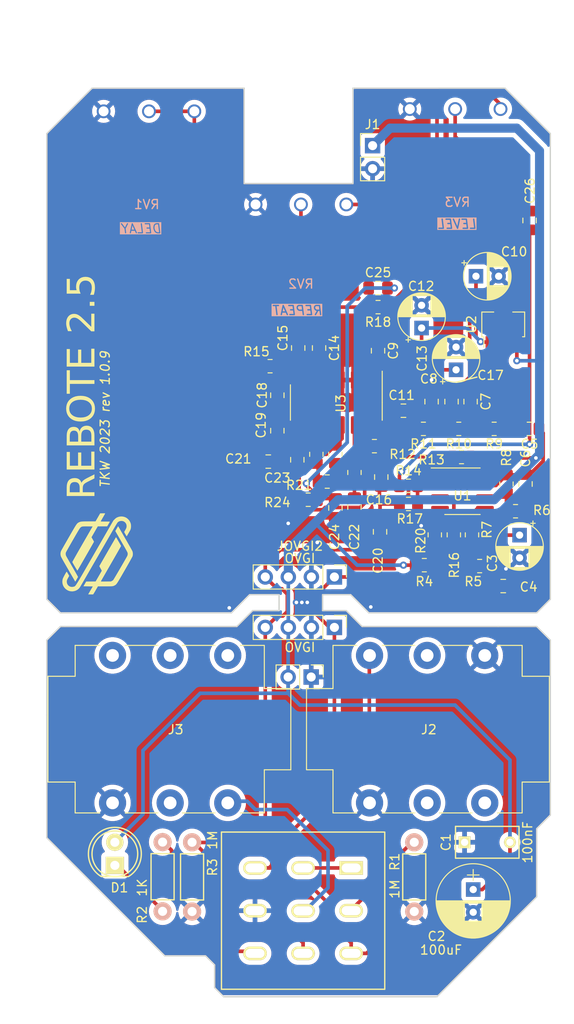
<source format=kicad_pcb>
(kicad_pcb (version 20221018) (generator pcbnew)
  (title_block (date "2023-08-08") (rev "${GIT_VERSION}"))
  (layers (0 "F.Cu" signal) (31 "B.Cu" signal) (34 "B.Paste" user) (35 "F.Paste" user) (36 "B.SilkS" user "B.Silkscreen") (37 "F.SilkS" user "F.Silkscreen") (38 "B.Mask" user) (39 "F.Mask" user) (44 "Edge.Cuts" user))
  (property "GIT_VERSION" "1.0.9")
  (net 0 "")
  (net 1 "GND")
  (net 2 "+9V")
  (net 3 "Net-(D1-K)")
  (net 4 "O")
  (net 5 "I")
  (net 6 "Net-(SW1C-C)")
  (net 7 "Net-(SW1A-A)")
  (net 8 "VD")
  (net 9 "Net-(C4-Pad2)")
  (net 10 "AI")
  (net 11 "Net-(C5-Pad2)")
  (net 12 "Net-(U1B--)")
  (net 13 "Net-(C17-Pad1)")
  (net 14 "Net-(C8-Pad2)")
  (net 15 "+5V")
  (net 16 "LPF1-IN")
  (net 17 "LPF1-OUT")
  (net 18 "Net-(U3-REF)")
  (net 19 "Net-(U3-CC1)")
  (net 20 "Net-(U3-CC0)")
  (net 21 "Net-(U1A--)")
  (net 22 "Net-(C16-Pad2)")
  (net 23 "Net-(C17-Pad2)")
  (net 24 "Net-(U3-OP2-IN)")
  (net 25 "DELAY_OUT")
  (net 26 "Net-(U3-OP1-OUT)")
  (net 27 "Net-(U3-OP1-IN)")
  (net 28 "Net-(C21-Pad2)")
  (net 29 "Net-(C22-Pad2)")
  (net 30 "LPF2-IN")
  (net 31 "LPF2-OUT")
  (net 32 "Net-(C24-Pad2)")
  (net 33 "Net-(C25-Pad2)")
  (net 34 "Net-(C26-Pad1)")
  (net 35 "Net-(C26-Pad2)")
  (net 39 "Net-(SW1A-B)")
  (net 43 "Net-(SW1B-B)")
  (net 45 "Net-(U1B-+)")
  (net 46 "Net-(U3-VCO)")
  (net 47 "Net-(R15-Pad2)")
  (net 48 "Net-(U1A-+)")
  (net 49 "Net-(R18-Pad2)")
  (footprint "KiCad Lib:3PDT-Footswitch" (layer "F.Cu") (at 143.25 142.525 180)
    (fp_text reference "SW1" hide)
    (fp_text value "SW_3PDT" hide)
  )
  (footprint "Connector_Audio:Jack_6.35mm_Neutrik_NMJ6HCD2_Horizontal" (layer "F.Cu") (at 134.945 130.665 180)
    (fp_text reference "J3")
    (fp_text value "NMJ6HCD2")
  )
  (footprint "Connector_PinHeader_2.54mm:PinHeader_1x02_P2.54mm_Vertical" (layer "F.Cu") (at 150.91 58.325)
    (fp_text reference "J1")
    (fp_text value "V+ GND")
  )
  (footprint "Pin_Headers:Pin_Header_Straight_1x04_Pitch2.54mm" (layer "F.Cu") (at 146.7 111.35 -90)
    (fp_text reference "JOVGI1" hide)
    (fp_text value "OVGI")
  )
  (footprint "Pin_Headers:Pin_Header_Straight_1x04_Pitch2.54mm" (layer "F.Cu") (at 146.7 105.8 -90)
    (fp_text reference "JOVGI2")
    (fp_text value "OVGI")
  )
  (footprint "Capacitors_THT:CP_Radial_D8.0mm_P2.50mm" (layer "F.Cu") (at 162 140.2 -90)
    (fp_text reference "C2")
    (fp_text value "100uF")
  )
  (footprint "LEDs:LED-5MM" (layer "F.Cu") (at 122.5 137.54 90)
    (fp_text reference "D1")
    (fp_text value "LED" hide)
  )
  (footprint "Resistors_ThroughHole:Resistor_Horizontal_RM7mm" (layer "F.Cu") (at 155.5 135 -90)
    (fp_text reference "R1")
    (fp_text value "1M")
  )
  (footprint "Resistors_ThroughHole:Resistor_Horizontal_RM7mm" (layer "F.Cu") (at 127.76 142.6 90)
    (fp_text reference "R2")
    (fp_text value "1K")
  )
  (footprint "Resistors_ThroughHole:Resistor_Horizontal_RM7mm" (layer "F.Cu") (at 131.01 135 -90)
    (fp_text reference "R3")
    (fp_text value "1M")
  )
  (footprint "Capacitors_ThroughHole:C_Rect_L7_W3.5_P5" (layer "F.Cu") (at 161.05 135)
    (fp_text reference "C1")
    (fp_text value "100nF")
  )
  (footprint "Connector_PinHeader_2.54mm:PinHeader_1x02_P2.54mm_Vertical" (layer "F.Cu") (at 144.14 116.81 -90)
    (fp_text reference "J4" hide)
    (fp_text value "V+ GND")
  )
  (footprint "Connector_Audio:Jack_6.35mm_Neutrik_NMJ6HCD2_Horizontal" (layer "F.Cu") (at 150.575 114.435)
    (fp_text reference "J2")
    (fp_text value "NMJ6HCD2")
  )
  (footprint "Capacitor_SMD:C_0805_2012Metric_Pad1.18x1.45mm_HandSolder" (layer "F.Cu") (at 142.71 80.6 -90)
    (fp_text reference "C15")
    (fp_text value "100nF")
  )
  (footprint "Capacitor_SMD:C_0805_2012Metric_Pad1.18x1.45mm_HandSolder" (layer "F.Cu") (at 167.766 95.565 90)
    (fp_text reference "C6")
    (fp_text value "5pF")
  )
  (footprint "Resistor_SMD:R_0805_2012Metric_Pad1.20x1.40mm_HandSolder" (layer "F.Cu") (at 161.866 101.165 90)
    (fp_text reference "R7")
    (fp_text value "510K")
  )
  (footprint "Capacitor_SMD:C_0805_2012Metric_Pad1.18x1.45mm_HandSolder" (layer "F.Cu") (at 168.21 89.5 180)
    (fp_text reference "C5")
    (fp_text value "1uF")
  )
  (footprint "Capacitor_SMD:C_0805_2012Metric_Pad1.18x1.45mm_HandSolder" (layer "F.Cu") (at 151.731 100.83 -90)
    (fp_text reference "C20")
    (fp_text value "1uF")
  )
  (footprint "Resistor_SMD:R_0805_2012Metric_Pad1.20x1.40mm_HandSolder" (layer "F.Cu") (at 157.766 101.165 -90)
    (fp_text reference "R20")
    (fp_text value "100K")
  )
  (footprint "Resistor_SMD:R_0805_2012Metric_Pad1.20x1.40mm_HandSolder" (layer "F.Cu") (at 139.61 82.6 180)
    (fp_text reference "R15")
    (fp_text value "1k")
  )
  (footprint "Capacitor_THT:CP_Radial_D5.0mm_P2.50mm" (layer "F.Cu") (at 162.304888 72.7)
    (fp_text reference "C10")
    (fp_text value "47uF")
  )
  (footprint "Capacitor_SMD:C_0805_2012Metric_Pad1.18x1.45mm_HandSolder" (layer "F.Cu") (at 151.51 74 180)
    (fp_text reference "C25")
    (fp_text value "1uF")
  )
  (footprint "Package_TO_SOT_SMD:SOT-89-3" (layer "F.Cu") (at 165.31 78 90)
    (fp_text reference "U2")
    (fp_text value "L78L05_SOT89")
  )
  (footprint "Resistor_SMD:R_0805_2012Metric_Pad1.20x1.40mm_HandSolder" (layer "F.Cu") (at 166.666 98.565 180)
    (fp_text reference "R6")
    (fp_text value "510K")
  )
  (footprint "Capacitor_SMD:C_0805_2012Metric_Pad1.18x1.45mm_HandSolder" (layer "F.Cu") (at 151.51 80.9 -90)
    (fp_text reference "C9")
    (fp_text value "100nF")
  )
  (footprint "Resistor_SMD:R_0805_2012Metric_Pad1.20x1.40mm_HandSolder" (layer "F.Cu") (at 160.71 92.6 180)
    (fp_text reference "R13")
    (fp_text value "24K")
  )
  (footprint "Resistor_SMD:R_0805_2012Metric_Pad1.20x1.40mm_HandSolder" (layer "F.Cu") (at 145.91 95.3)
    (fp_text reference "R21")
    (fp_text value "12K")
  )
  (footprint "Capacitor_SMD:C_0805_2012Metric_Pad1.18x1.45mm_HandSolder" (layer "F.Cu") (at 146.81 98.2 90)
    (fp_text reference "C24")
    (fp_text value "100nF")
  )
  (footprint "Capacitor_SMD:C_0805_2012Metric_Pad1.18x1.45mm_HandSolder" (layer "F.Cu") (at 154.31 87.5 180)
    (fp_text reference "C11")
    (fp_text value "560pF")
  )
  (footprint "Resistor_SMD:R_0805_2012Metric_Pad1.20x1.40mm_HandSolder" (layer "F.Cu") (at 143.81 97.3)
    (fp_text reference "R24")
    (fp_text value "2k7")
  )
  (footprint "Pedal-Components:tkw" (layer "F.Cu") (at 120.51 103.3 90)
    (fp_text reference "G***" hide)
    (fp_text value "LOGO" hide)
  )
  (footprint "Capacitor_THT:CP_Radial_D5.0mm_P2.50mm" (layer "F.Cu") (at 160.11 83 90)
    (fp_text reference "C13")
    (fp_text value "47uF")
  )
  (footprint "Capacitor_SMD:C_0805_2012Metric_Pad1.18x1.45mm_HandSolder" (layer "F.Cu") (at 161.71 86.5 -90)
    (fp_text reference "C7")
    (fp_text value "27nF")
  )
  (footprint "Capacitor_SMD:C_0805_2012Metric_Pad1.18x1.45mm_HandSolder" (layer "F.Cu") (at 151.866 94.8025 -90)
    (fp_text reference "C16")
    (fp_text value "51pF")
  )
  (footprint "Resistor_SMD:R_0805_2012Metric_Pad1.20x1.40mm_HandSolder" (layer "F.Cu") (at 165.666 95.565 90)
    (fp_text reference "R8")
    (fp_text value "510K")
  )
  (footprint "Capacitor_SMD:C_0805_2012Metric_Pad1.18x1.45mm_HandSolder" (layer "F.Cu") (at 140.41 85.8 90)
    (fp_text reference "C18")
    (fp_text value "82nF")
  )
  (footprint "Capacitor_SMD:C_0805_2012Metric_Pad1.18x1.45mm_HandSolder" (layer "F.Cu") (at 148.91 98.1 90)
    (fp_text reference "C22")
    (fp_text value "10nF")
  )
  (footprint "Resistor_SMD:R_0805_2012Metric_Pad1.20x1.40mm_HandSolder" (layer "F.Cu") (at 159.866 101.165 90)
    (fp_text reference "R16")
    (fp_text value "1k")
  )
  (footprint "Capacitor_SMD:C_0805_2012Metric_Pad1.18x1.45mm_HandSolder" (layer "F.Cu") (at 140.41 89.7 -90)
    (fp_text reference "C19")
    (fp_text value "82nF")
  )
  (footprint "Resistor_SMD:R_0805_2012Metric_Pad1.20x1.40mm_HandSolder" (layer "F.Cu") (at 154.866 97.765 180)
    (fp_text reference "R17")
    (fp_text value "24K")
  )
  (footprint "Capacitor_SMD:C_0805_2012Metric_Pad1.18x1.45mm_HandSolder" (layer "F.Cu") (at 145.01 80.6 -90)
    (fp_text reference "C14")
    (fp_text value "100nF")
  )
  (footprint "Resistor_SMD:R_0805_2012Metric_Pad1.20x1.40mm_HandSolder" (layer "F.Cu") (at 151.51 76.1 180)
    (fp_text reference "R18")
    (fp_text value "15K")
  )
  (footprint "Resistor_SMD:R_0805_2012Metric_Pad1.20x1.40mm_HandSolder" (layer "F.Cu") (at 146.81 92.3 90)
    (fp_text reference "R22" hide)
    (fp_text value "12K")
  )
  (footprint "Capacitor_SMD:C_0805_2012Metric_Pad1.18x1.45mm_HandSolder" (layer "F.Cu") (at 157.41 86.5 -90)
    (fp_text reference "C8")
    (fp_text value "10nF")
  )
  (footprint "Capacitor_SMD:C_0805_2012Metric_Pad1.18x1.45mm_HandSolder" (layer "F.Cu") (at 165.31 106.8)
    (fp_text reference "C4")
    (fp_text value "8n2")
  )
  (footprint "Package_SO:SOIC-8_3.9x4.9mm_P1.27mm" (layer "F.Cu") (at 160.816 96.365)
    (fp_text reference "U1")
    (fp_text value "TL072")
  )
  (footprint "Capacitor_THT:CP_Radial_D5.0mm_P2.50mm" (layer "F.Cu") (at 167.11 101.194888 -90)
    (fp_text reference "C3")
    (fp_text value "47uF")
  )
  (footprint "Resistor_SMD:R_0805_2012Metric_Pad1.20x1.40mm_HandSolder" (layer "F.Cu") (at 156.61 104.5)
    (fp_text reference "R4")
    (fp_text value "12K")
  )
  (footprint "Capacitor_SMD:C_0805_2012Metric_Pad1.18x1.45mm_HandSolder" (layer "F.Cu") (at 159.61 86.5 90)
    (fp_text reference "C17")
    (fp_text value "100nF")
  )
  (footprint "Resistor_SMD:R_0805_2012Metric_Pad1.20x1.40mm_HandSolder" (layer "F.Cu") (at 156.51 89.5 180)
    (fp_text reference "R11")
    (fp_text value "12K")
  )
  (footprint "Resistor_SMD:R_0805_2012Metric_Pad1.20x1.40mm_HandSolder" (layer "F.Cu") (at 144.71 92.3 -90)
    (fp_text reference "R19" hide)
    (fp_text value "12K")
  )
  (footprint "Package_SO:SOIC-16_3.9x9.9mm_P1.27mm" (layer "F.Cu") (at 146.91 86.6 -90)
    (fp_text reference "U3")
    (fp_text value "PT2399")
  )
  (footprint "Pedal-Components:1590B" (layer "F.Cu") (at 112.94 154.659085)
    (fp_text reference "N1" hide)
    (fp_text value "Housing")
  )
  (footprint "Capacitor_THT:CP_Radial_D5.0mm_P2.50mm" (layer "F.Cu") (at 156.31 78.4 90)
    (fp_text reference "C12")
    (fp_text value "47uF")
  )
  (footprint "Resistor_SMD:R_0805_2012Metric_Pad1.20x1.40mm_HandSolder" (layer "F.Cu") (at 160.41 89.5 180)
    (fp_text reference "R10")
    (fp_text value "12K")
  )
  (footprint "Resistor_SMD:R_0805_2012Metric_Pad1.20x1.40mm_HandSolder" (layer "F.Cu") (at 148.91 94.3 90)
    (fp_text reference "R23" hide)
    (fp_text value "24K")
  )
  (footprint "Resistor_SMD:R_0805_2012Metric_Pad1.20x1.40mm_HandSolder" (layer "F.Cu") (at 162.71 104.6)
    (fp_text reference "R5")
    (fp_text value "12K")
  )
  (footprint "Resistor_SMD:R_0805_2012Metric_Pad1.20x1.40mm_HandSolder" (layer "F.Cu") (at 154.866 95.765)
    (fp_text reference "R14")
    (fp_text value "33K")
  )
  (footprint "Capacitor_SMD:C_0805_2012Metric_Pad1.18x1.45mm_HandSolder" (layer "F.Cu") (at 142.61 92.9 -90)
    (fp_text reference "C23")
    (fp_text value "1nF")
  )
  (footprint "Capacitor_SMD:C_0805_2012Metric_Pad1.18x1.45mm_HandSolder" (layer "F.Cu") (at 168.21 66.5625 -90)
    (fp_text reference "C26")
    (fp_text value "1uF")
  )
  (footprint "Resistor_SMD:R_0805_2012Metric_Pad1.20x1.40mm_HandSolder" (layer "F.Cu") (at 151.11 91.4 180)
    (fp_text reference "R12")
    (fp_text value "47K")
  )
  (footprint "Capacitor_SMD:C_0805_2012Metric_Pad1.18x1.45mm_HandSolder" (layer "F.Cu") (at 139.41 93.1)
    (fp_text reference "C21")
    (fp_text value "10nF")
  )
  (footprint "Resistor_SMD:R_0805_2012Metric_Pad1.20x1.40mm_HandSolder" (layer "F.Cu") (at 164.31 89.5 180)
    (fp_text reference "R9")
    (fp_text value "12K")
  )
  (footprint "Pedal-Components:Potentiometer_ALPHA_RV16106N" (layer "B.Cu") (at 143.01 81.3)
    (fp_text reference "RV2")
    (fp_text value "25KB")
  )
  (footprint "Pedal-Components:Potentiometer_ALPHA_RV16106N" (layer "B.Cu") (at 126.26 71.05)
    (fp_text reference "RV1")
    (fp_text value "50KB")
  )
  (footprint "Pedal-Components:Potentiometer_ALPHA_RV16106N" (layer "B.Cu") (at 160.01 70.8)
    (fp_text reference "RV3")
    (fp_text value "100KB")
  )
  (gr_line (start 162.41 83.8) (end 160.11 84.37) (stroke (width 0.15)) (layer "F.SilkS"))
  (gr_line (start 137.7 109.5) (end 140.6 109.5) (stroke (width 0.15)) (layer "Edge.Cuts"))
  (gr_line (start 128 147.5) (end 127 146.5) (stroke (width 0.15)) (layer "Edge.Cuts"))
  (gr_line (start 115 134.5) (end 115 121) (stroke (width 0.15)) (layer "Edge.Cuts"))
  (gr_line (start 135.35 109.75) (end 116.5 109.75) (stroke (width 0.15)) (layer "Edge.Cuts"))
  (gr_line (start 145.4 109.5) (end 148 109.5) (stroke (width 0.15)) (layer "Edge.Cuts"))
  (gr_line (start 148.75 62.5) (end 148.75 52) (stroke (width 0.15)) (layer "Edge.Cuts"))
  (gr_line (start 127 146.5) (end 115 134.5) (stroke (width 0.15)) (layer "Edge.Cuts"))
  (gr_line (start 115 57) (end 115 108.25) (stroke (width 0.15)) (layer "Edge.Cuts"))
  (gr_line (start 169 141) (end 158 152) (stroke (width 0.15)) (layer "Edge.Cuts"))
  (gr_line (start 133.5 151) (end 133.5 148.5) (stroke (width 0.15)) (layer "Edge.Cuts"))
  (gr_line (start 149.75 111.25) (end 164.75 111.25) (stroke (width 0.15)) (layer "Edge.Cuts"))
  (gr_line (start 148.5 107.75) (end 150.5 109.75) (stroke (width 0.15)) (layer "Edge.Cuts"))
  (gr_line (start 165.5 52) (end 170.5 57) (stroke (width 0.15)) (layer "Edge.Cuts"))
  (gr_line (start 169 109.75) (end 170.5 108.25) (stroke (width 0.15)) (layer "Edge.Cuts"))
  (gr_line (start 169 133.5) (end 170.5 132) (stroke (width 0.15)) (layer "Edge.Cuts"))
  (gr_line (start 116.5 109.75) (end 115 108.25) (stroke (width 0.15)) (layer "Edge.Cuts"))
  (gr_line (start 140.6 107.75) (end 140.6 109.5) (stroke (width 0.15)) (layer "Edge.Cuts"))
  (gr_line (start 137.35 107.75) (end 135.35 109.75) (stroke (width 0.15)) (layer "Edge.Cuts"))
  (gr_line (start 115 57) (end 120 52) (stroke (width 0.15)) (layer "Edge.Cuts"))
  (gr_line (start 170.5 85) (end 170.5 57) (stroke (width 0.15)) (layer "Edge.Cuts"))
  (gr_line (start 136.75 62.5) (end 148.75 62.5) (stroke (width 0.15)) (layer "Edge.Cuts"))
  (gr_line (start 136.75 52) (end 120 52) (stroke (width 0.15)) (layer "Edge.Cuts"))
  (gr_line (start 170.5 112.75) (end 169 111.25) (stroke (width 0.15)) (layer "Edge.Cuts"))
  (gr_line (start 135.95 111.25) (end 117 111.25) (stroke (width 0.15)) (layer "Edge.Cuts"))
  (gr_line (start 134.5 152) (end 158 152) (stroke (width 0.15)) (layer "Edge.Cuts"))
  (gr_line (start 116.5 109.75) (end 116.5 109.75) (stroke (width 0.15)) (layer "Edge.Cuts"))
  (gr_line (start 137.7 109.5) (end 135.95 111.25) (stroke (width 0.15)) (layer "Edge.Cuts"))
  (gr_line (start 169 133.5) (end 169 141) (stroke (width 0.15)) (layer "Edge.Cuts"))
  (gr_line (start 170.5 108.25) (end 170.5 85) (stroke (width 0.15)) (layer "Edge.Cuts"))
  (gr_line (start 136.75 52) (end 136.75 62.5) (stroke (width 0.15)) (layer "Edge.Cuts"))
  (gr_line (start 134.5 152) (end 133.5 151) (stroke (width 0.15)) (layer "Edge.Cuts"))
  (gr_line (start 133.5 148.5) (end 132.5 147.5) (stroke (width 0.15)) (layer "Edge.Cuts"))
  (gr_line (start 145.4 107.75) (end 148.5 107.75) (stroke (width 0.15)) (layer "Edge.Cuts"))
  (gr_line (start 115 112.75) (end 115 121) (stroke (width 0.15)) (layer "Edge.Cuts"))
  (gr_line (start 148.75 52) (end 165.5 52) (stroke (width 0.15)) (layer "Edge.Cuts"))
  (gr_line (start 132.5 147.5) (end 128.5 147.5) (stroke (width 0.15)) (layer "Edge.Cuts"))
  (gr_line (start 145.4 107.75) (end 145.4 109.5) (stroke (width 0.15)) (layer "Edge.Cuts"))
  (gr_line (start 169 111.25) (end 164.75 111.25) (stroke (width 0.15)) (layer "Edge.Cuts"))
  (gr_line (start 116.5 111.25) (end 115 112.75) (stroke (width 0.15)) (layer "Edge.Cuts"))
  (gr_line (start 148 109.5) (end 149.75 111.25) (stroke (width 0.15)) (layer "Edge.Cuts"))
  (gr_line (start 170.5 132) (end 170.5 112.75) (stroke (width 0.15)) (layer "Edge.Cuts"))
  (gr_line (start 128.5 147.5) (end 128 147.5) (stroke (width 0.15)) (layer "Edge.Cuts"))
  (gr_line (start 137.35 107.75) (end 140.6 107.75) (stroke (width 0.15)) (layer "Edge.Cuts"))
  (gr_line (start 150.5 109.75) (end 169 109.75) (stroke (width 0.15)) (layer "Edge.Cuts"))
  (gr_line (start 117 111.25) (end 116.5 111.25) (stroke (width 0.15)) (layer "Edge.Cuts"))
  (gr_text "LEVEL" (at 162.51 67.55) (layer "B.SilkS" knockout) (effects (font (size 1 1) (thickness 0.15) italic) (justify left bottom mirror)))
  (gr_text "DELAY" (at 127.76 68.05) (layer "B.SilkS" knockout) (effects (font (size 1 1) (thickness 0.125) italic) (justify left bottom mirror)))
  (gr_text "REPEAT" (at 145.51 77.05) (layer "B.SilkS" knockout) (effects (font (size 1 1) (thickness 0.15) italic) (justify left bottom mirror)))
  (gr_text "REBOTE 2.5" (at 120.76 97.3 90) (layer "F.SilkS") (effects (font (size 3 3) (thickness 0.15) italic) (justify left bottom)))
  (gr_text "TKW 2023 rev ${GIT_VERSION}" (at 122.01 96.05 90) (layer "F.SilkS") (effects (font (size 1 1) (thickness 0.15) italic) (justify left bottom)))
  (segment (start 158.341 99.59) (end 157.766 100.165) (width 0.4) (layer "F.Cu") (net 1))
  (segment (start 158.341 98.27) (end 158.341 99.59) (width 0.4) (layer "F.Cu") (net 1))
  (via (at 144.81 102) (size 0.8) (drill 0.4) (layers "F.Cu" "B.Cu") (net 1))
  (via (at 135.11 109.2) (size 0.8) (drill 0.4) (layers "F.Cu" "B.Cu") (net 1))
  (via (at 165.61 104.9) (size 0.8) (drill 0.4) (layers "F.Cu" "B.Cu") (net 1))
  (via (at 143.71 108.6) (size 0.8) (drill 0.4) (layers "F.Cu" "B.Cu") (net 1))
  (via (at 150.71 109.1) (size 0.8) (drill 0.4) (layers "F.Cu" "B.Cu") (net 1))
  (via (at 157.41 84.1) (size 0.8) (drill 0.4) (layers "F.Cu" "B.Cu") (net 1))
  (via (at 156.266 100.165) (size 0.8) (drill 0.4) (layers "F.Cu" "B.Cu") (net 1))
  (via (at 142.51 108.6) (size 0.8) (drill 0.4) (layers "F.Cu" "B.Cu") (net 1))
  (via (at 141.61 99.9) (size 0.8) (drill 0.4) (layers "F.Cu" "B.Cu") (net 1))
  (via (at 143.11 108.6) (size 0.8) (drill 0.4) (layers "F.Cu" "B.Cu") (net 1))
  (segment (start 166.81 79.95) (end 166.81 82) (width 0.4) (layer "F.Cu") (net 2))
  (segment (start 162 140.2) (end 163 140.2) (width 0.4) (layer "F.Cu") (net 2))
  (segment (start 163.291 93.919) (end 164.51 92.7) (width 0.4) (layer "F.Cu") (net 2))
  (segment (start 163.291 94.46) (end 163.291 93.919) (width 0.4) (layer "F.Cu") (net 2))
  (segment (start 163 140.2) (end 166.05 137.15) (width 0.4) (layer "F.Cu") (net 2))
  (segment (start 166.05 137.15) (end 166.05 135) (width 0.4) (layer "F.Cu") (net 2))
  (segment (start 155.61 104.5) (end 154.31 104.5) (width 0.4) (layer "F.Cu") (net 2))
  (segment (start 164.51 92.7) (end 168.91 92.7) (width 0.4) (layer "F.Cu") (net 2))
  (via (at 154.31 104.5) (size 0.8) (drill 0.4) (layers "F.Cu" "B.Cu") (net 2))
  (via (at 168.91 92.7) (size 0.8) (drill 0.4) (layers "F.Cu" "B.Cu") (net 2))
  (via (at 166.81 82) (size 0.8) (drill 0.4) (layers "F.Cu" "B.Cu") (net 2))
  (segment (start 154.31 104.5) (end 149.21 104.5) (width 0.4) (layer "B.Cu") (net 2))
  (segment (start 125.6 131.9) (end 122.5 135) (width 0.4) (layer "B.Cu") (net 2))
  (segment (start 144.56 99.85) (end 142.01 102.4) (width 1) (layer "B.Cu") (net 2))
  (segment (start 166.81 82) (end 169.31 82) (width 0.4) (layer "B.Cu") (net 2))
  (segment (start 141.6 118.6) (end 142.9 119.9) (width 0.4) (layer "B.Cu") (net 2))
  (segment (start 131.9 118.6) (end 125.6 124.9) (width 0.4) (layer "B.Cu") (net 2))
  (segment (start 141.62 111.35) (end 141.62 112.552081) (width 0.4) (layer "B.Cu") (net 2))
  (segment (start 164.31 97.3) (end 147.11 97.3) (width 1) (layer "B.Cu") (net 2))
  (segment (start 150.91 58.325) (end 152.835 56.4) (width 1) (layer "B.Cu") (net 2))
  (segment (start 141.6 112.572081) (end 141.6 118.1) (width 0.4) (layer "B.Cu") (net 2))
  (segment (start 160 119.9) (end 166.05 125.95) (width 0.4) (layer "B.Cu") (net 2))
  (segment (start 166.81 56.4) (end 169.31 58.9) (width 1) (layer "B.Cu") (net 2))
  (segment (start 141.6 118.1) (end 141.6 118.6) (width 0.4) (layer "B.Cu") (net 2))
  (segment (start 125.6 124.9) (end 125.6 131.9) (width 0.4) (layer "B.Cu") (net 2))
  (segment (start 141.62 111.35) (end 141.62 105.8) (width 0.4) (layer "B.Cu") (net 2))
  (segment (start 169.31 58.9) (end 169.31 82) (width 1) (layer "B.Cu") (net 2))
  (segment (start 147.11 97.3) (end 144.56 99.85) (width 1) (layer "B.Cu") (net 2))
  (segment (start 169.31 82) (end 169.31 92.3) (width 1) (layer "B.Cu") (net 2))
  (segment (start 141.6 116.81) (end 141.6 118.1) (width 0.4) (layer "B.Cu") (net 2))
  (segment (start 142.9 119.9) (end 160 119.9) (width 0.4) (layer "B.Cu") (net 2))
  (segment (start 141.62 112.552081) (end 141.6 112.572081) (width 0.4) (layer "B.Cu") (net 2))
  (segment (start 166.05 125.95) (end 166.05 135) (width 0.4) (layer "B.Cu") (net 2))
  (segment (start 142.01 102.4) (end 142.01 102.5) (width 1) (layer "B.Cu") (net 2))
  (segment (start 141.62 102.89) (end 141.62 105.8) (width 1) (layer "B.Cu") (net 2))
  (segment (start 149.21 104.5) (end 144.56 99.85) (width 0.4) (layer "B.Cu") (net 2))
  (segment (start 152.835 56.4) (end 166.81 56.4) (width 1) (layer "B.Cu") (net 2))
  (segment (start 142.01 102.5) (end 141.62 102.89) (width 1) (layer "B.Cu") (net 2))
  (segment (start 141.6 118.6) (end 131.9 118.6) (width 0.4) (layer "B.Cu") (net 2))
  (segment (start 169.31 92.3) (end 164.31 97.3) (width 1) (layer "B.Cu") (net 2))
  (segment (start 122.75 137.5) (end 127.75 142.5) (width 0.4) (layer "F.Cu") (net 3))
  (segment (start 122.5 137.5) (end 122.75 137.5) (width 0.4) (layer "F.Cu") (net 3))
  (segment (start 139.08 111.35) (end 139.08 132.92) (width 0.4) (layer "F.Cu") (net 4))
  (segment (start 141.51 107.7) (end 141.51 109.6) (width 0.4) (layer "F.Cu") (net 4))
  (segment (start 140.38 107.1) (end 140.91 107.1) (width 0.4) (layer "F.Cu") (net 4))
  (segment (start 131 135.02) (end 131.22 135.02) (width 0.4) (layer "F.Cu") (net 4))
  (segment (start 140.388909 110.1) (end 139.138909 111.35) (width 0.4) (layer "F.Cu") (net 4))
  (segment (start 150.7985 102.8) (end 140.76 102.8) (width 0.4) (layer "F.Cu") (net 4))
  (segment (start 140.6 143.425) (end 143.25 146.075) (width 0.4) (layer "F.Cu") (net 4))
  (segment (start 141.01 110.1) (end 140.388909 110.1) (width 0.4) (layer "F.Cu") (net 4))
  (segment (start 139.08 105.8) (end 140.38 107.1) (width 0.4) (layer "F.Cu") (net 4))
  (segment (start 152.0285 102.165) (end 151.731 101.8675) (width 0.4) (layer "F.Cu") (net 4))
  (segment (start 136.98 135.02) (end 131 135.02) (width 0.4) (layer "F.Cu") (net 4))
  (segment (start 139.08 132.92) (end 136.98 135.02) (width 0.4) (layer "F.Cu") (net 4))
  (segment (start 151.731 101.8675) (end 150.7985 102.8) (width 0.4) (layer "F.Cu") (net 4))
  (segment (start 139.138909 111.35) (end 139.08 111.35) (width 0.4) (layer "F.Cu") (net 4))
  (segment (start 131.22 135.02) (end 136.4 140.2) (width 0.4) (layer "F.Cu") (net 4))
  (segment (start 139.08 104.48) (end 139.08 105.8) (width 0.4) (layer "F.Cu") (net 4))
  (segment (start 140.91 107.1) (end 141.51 107.7) (width 0.4) (layer "F.Cu") (net 4))
  (segment (start 143.25 146.075) (end 143.25 147.225) (width 0.4) (layer "F.Cu") (net 4))
  (segment (start 157.766 102.165) (end 152.0285 102.165) (width 0.4) (layer "F.Cu") (net 4))
  (segment (start 140.6 141.6) (end 140.6 143.425) (width 0.4) (layer "F.Cu") (net 4))
  (segment (start 139.2 140.2) (end 140.6 141.6) (width 0.4) (layer "F.Cu") (net 4))
  (segment (start 136.4 140.2) (end 139.2 140.2) (width 0.4) (layer "F.Cu") (net 4))
  (segment (start 141.51 109.6) (end 141.01 110.1) (width 0.4) (layer "F.Cu") (net 4))
  (segment (start 140.76 102.8) (end 139.08 104.48) (width 0.4) (layer "F.Cu") (net 4))
  (segment (start 148.55 146.075) (end 145.9 143.425) (width 0.4) (layer "F.Cu") (net 5))
  (segment (start 151.925 145.575) (end 152.5 145) (width 0.4) (layer "F.Cu") (net 5))
  (segment (start 148.55 147.225) (end 148.55 146.075) (width 0.4) (layer "F.Cu") (net 5))
  (segment (start 152.5 145) (end 152.5 141.5) (width 0.4) (layer "F.Cu") (net 5))
  (segment (start 141.6 140.1) (end 140.5 139) (width 0.4) (layer "F.Cu") (net 5))
  (segment (start 146.16 111.35) (end 146.7 111.35) (width 0.4) (layer "F.Cu") (net 5))
  (segment (start 151.9 145.575) (end 151.925 145.575) (width 0.4) (layer "F.Cu") (net 5))
  (segment (start 146.7 111.35) (end 146.7 122.94) (width 0.4) (layer "F.Cu") (net 5))
  (segment (start 154 140) (end 154 136.25) (width 0.4) (layer "F.Cu") (net 5))
  (segment (start 139.825 137.825) (end 139.5 137.825) (width 0.4) (layer "F.Cu") (net 5))
  (segment (start 146.7 105.8) (end 163.2725 105.8) (width 0.4) (layer "F.Cu") (net 5))
  (segment (start 140.5 138.5) (end 139.825 137.825) (width 0.4) (layer "F.Cu") (net 5))
  (segment (start 163.2725 105.8) (end 164.2725 106.8) (width 0.4) (layer "F.Cu") (net 5))
  (segment (start 154 136.25) (end 155.5 134.75) (width 0.4) (layer "F.Cu") (net 5))
  (segment (start 146.7 122.94) (end 145 124.64) (width 0.4) (layer "F.Cu") (net 5))
  (segment (start 145 130.8) (end 139.8 136) (width 0.4) (layer "F.Cu") (net 5))
  (segment (start 144.61 107.89) (end 144.61 109.8) (width 0.4) (layer "F.Cu") (net 5))
  (segment (start 140.5 139) (end 140.5 138.5) (width 0.4) (layer "F.Cu") (net 5))
  (segment (start 145.9 141.6) (end 144.4 140.1) (width 0.4) (layer "F.Cu") (net 5))
  (segment (start 145 124.64) (end 145 130.8) (width 0.4) (layer "F.Cu") (net 5))
  (segment (start 139.8 137.525) (end 139.5 137.825) (width 0.4) (layer "F.Cu") (net 5))
  (segment (start 150.25 147.225) (end 151.9 145.575) (width 0.4) (layer "F.Cu") (net 5))
  (segment (start 137.95 137.825) (end 139.5 137.825) (width 0.4) (layer "F.Cu") (net 5))
  (segment (start 139.8 136) (end 139.8 137.525) (width 0.4) (layer "F.Cu") (net 5))
  (segment (start 148.55 147.225) (end 150.25 147.225) (width 0.4) (layer "F.Cu") (net 5))
  (segment (start 144.4 140.1) (end 141.6 140.1) (width 0.4) (layer "F.Cu") (net 5))
  (segment (start 146.7 105.8) (end 144.61 107.89) (width 0.4) (layer "F.Cu") (net 5))
  (segment (start 144.61 109.8) (end 146.16 111.35) (width 0.4) (layer "F.Cu") (net 5))
  (segment (start 145.9 143.425) (end 145.9 141.6) (width 0.4) (layer "F.Cu") (net 5))
  (segment (start 152.5 141.5) (end 154 140) (width 0.4) (layer "F.Cu") (net 5))
  (segment (start 133.2 139.9) (end 134.2 140.9) (width 0.4) (layer "F.Cu") (net 6))
  (segment (start 130.9 139.9) (end 133.2 139.9) (width 0.4) (layer "F.Cu") (net 6))
  (segment (start 137.725 147) (end 137.95 147.225) (width 0.4) (layer "F.Cu") (net 6))
  (segment (start 128.749489 137.749489) (end 130.9 139.9) (width 0.4) (layer "F.Cu") (net 6))
  (segment (start 128.749489 135.879489) (end 128.749489 137.749489) (width 0.4) (layer "F.Cu") (net 6))
  (segment (start 134.2 140.9) (end 134.2 145.1) (width 0.4) (layer "F.Cu") (net 6))
  (segment (start 127.75 135) (end 127.87 135) (width 0.4) (layer "F.Cu") (net 6))
  (segment (start 127.87 135) (end 128.749489 135.879489) (width 0.4) (layer "F.Cu") (net 6))
  (segment (start 134.2 145.1) (end 136.1 147) (width 0.4) (layer "F.Cu") (net 6))
  (segment (start 136.1 147) (end 137.725 147) (width 0.4) (layer "F.Cu") (net 6))
  (segment (start 143.25 137.825) (end 148.55 137.825) (width 0.4) (layer "F.Cu") (net 7))
  (segment (start 157.61 104.5) (end 159.41 104.5) (width 0.4) (layer "F.Cu") (net 8))
  (segment (start 161.866 102.165) (end 162.836112 101.194888) (width 0.4) (layer "F.Cu") (net 8))
  (segment (start 159.866 102.165) (end 159.866 104.044) (width 0.4) (layer "F.Cu") (net 8))
  (segment (start 161.866 102.165) (end 159.866 102.165) (width 0.4) (layer "F.Cu") (net 8))
  (segment (start 159.71 104.6) (end 159.61 104.5) (width 0.4) (layer "F.Cu") (net 8))
  (segment (start 161.71 104.6) (end 159.71 104.6) (width 0.4) (layer "F.Cu") (net 8))
  (segment (start 162.836112 101.194888) (end 167.11 101.194888) (width 0.4) (layer "F.Cu") (net 8))
  (segment (start 159.866 104.044) (end 159.41 104.5) (width 0.4) (layer "F.Cu") (net 8))
  (segment (start 168.01 106.8) (end 169.26 105.55) (width 0.4) (layer "F.Cu") (net 9))
  (segment (start 169.26 105.55) (end 169.26 100.159) (width 0.4) (layer "F.Cu") (net 9))
  (segment (start 169.26 100.159) (end 167.666 98.565) (width 0.4) (layer "F.Cu") (net 9))
  (segment (start 166.3475 106.8) (end 168.01 106.8) (width 0.4) (layer "F.Cu") (net 9))
  (segment (start 161.466 92.565) (end 161.466 95.365) (width 0.4) (layer "F.Cu") (net 10))
  (segment (start 167.7285 94.565) (end 167.766 94.5275) (width 0.4) (layer "F.Cu") (net 10))
  (segment (start 167.766 94.5275) (end 168.213871 94.5275) (width 0.4) (layer "F.Cu") (net 10))
  (segment (start 161.831 95.73) (end 163.291 95.73) (width 0.4) (layer "F.Cu") (net 10))
  (segment (start 169.71 89.9625) (end 169.2475 89.5) (width 0.4) (layer "F.Cu") (net 10))
  (segment (start 164.501 95.73) (end 165.666 94.565) (width 0.4) (layer "F.Cu") (net 10))
  (segment (start 163.291 95.73) (end 164.501 95.73) (width 0.4) (layer "F.Cu") (net 10))
  (segment (start 161.466 95.365) (end 161.831 95.73) (width 0.4) (layer "F.Cu") (net 10))
  (segment (start 169.71 93.031371) (end 169.71 89.9625) (width 0.4) (layer "F.Cu") (net 10))
  (segment (start 168.213871 94.5275) (end 169.71 93.031371) (width 0.4) (layer "F.Cu") (net 10))
  (segment (start 165.666 94.565) (end 167.7285 94.565) (width 0.4) (layer "F.Cu") (net 10))
  (segment (start 167.1725 89.5) (end 165.31 89.5) (width 0.4) (layer "F.Cu") (net 11))
  (segment (start 167.3685 97) (end 167.766 96.6025) (width 0.4) (layer "F.Cu") (net 12))
  (segment (start 163.291 97) (end 167.3685 97) (width 0.4) (layer "F.Cu") (net 12))
  (segment (start 165.666 98.565) (end 165.666 96.565) (width 0.4) (layer "F.Cu") (net 12))
  (segment (start 161.41 87.8375) (end 161.71 87.5375) (width 0.4) (layer "F.Cu") (net 13))
  (segment (start 161.41 89.5) (end 161.41 87.8375) (width 0.4) (layer "F.Cu") (net 13))
  (segment (start 159.61 87.5375) (end 161.71 87.5375) (width 0.4) (layer "F.Cu") (net 13))
  (segment (start 163.31 89.5) (end 161.41 89.5) (width 0.4) (layer "F.Cu") (net 13))
  (segment (start 157.41 89.4) (end 157.51 89.5) (width 0.4) (layer "F.Cu") (net 14))
  (segment (start 159.41 89.5) (end 157.51 89.5) (width 0.4) (layer "F.Cu") (net 14))
  (segment (start 155.61 91.4) (end 157.51 89.5) (width 0.4) (layer "F.Cu") (net 14))
  (segment (start 152.11 91.4) (end 155.61 91.4) (width 0.4) (layer "F.Cu") (net 14))
  (segment (start 157.41 87.5375) (end 157.41 89.4) (width 0.4) (layer "F.Cu") (net 14))
  (segment (start 162.304888 72.7) (end 162.304888 79.394888) (width 0.4) (layer "F.Cu") (net 15))
  (segment (start 151.51 83.97) (end 151.355 84.125) (width 0.4) (layer "F.Cu") (net 15))
  (segment (start 156.31 80.805113) (end 156.31 78.4) (width 0.4) (layer "F.Cu") (net 15))
  (segment (start 162.304888 79.394888) (end 162.81 79.9) (width 0.4) (layer "F.Cu") (net 15))
  (segment (start 151.51 81.9375) (end 151.51 83.97) (width 0.4) (layer "F.Cu") (net 15))
  (segment (start 151.51 81.9375) (end 155.177613 81.9375) (width 0.4) (layer "F.Cu") (net 15))
  (segment (start 162.86 79.95) (end 162.81 79.9) (width 0.4) (layer "F.Cu") (net 15))
  (segment (start 155.177613 81.9375) (end 156.31 80.805113) (width 0.4) (layer "F.Cu") (net 15))
  (segment (start 163.81 79.95) (end 162.86 79.95) (width 0.4) (layer "F.Cu") (net 15))
  (via (at 162.81 79.9) (size 0.8) (drill 0.4) (layers "F.Cu" "B.Cu") (net 15))
  (segment (start 161.31 78.4) (end 156.31 78.4) (width 0.4) (layer "B.Cu") (net 15))
  (segment (start 162.81 79.9) (end 161.31 78.4) (width 0.4) (layer "B.Cu") (net 15))
  (segment (start 155.51 89.5) (end 151.78 89.5) (width 0.4) (layer "F.Cu") (net 16))
  (segment (start 151.78 89.5) (end 151.355 89.075) (width 0.4) (layer "F.Cu") (net 16))
  (segment (start 155.51 87.6625) (end 155.3475 87.5) (width 0.4) (layer "F.Cu") (net 16))
  (segment (start 155.51 89.5) (end 155.51 87.6625) (width 0.4) (layer "F.Cu") (net 16))
  (segment (start 150.085 89.075) (end 150.085 91.375) (width 0.4) (layer "F.Cu") (net 17))
  (segment (start 150.085 91.375) (end 150.11 91.4) (width 0.4) (layer "F.Cu") (net 17))
  (segment (start 153.2725 87.5) (end 150.61 87.5) (width 0.4) (layer "F.Cu") (net 17))
  (segment (start 150.61 87.5) (end 150.085 88.025) (width 0.4) (layer "F.Cu") (net 17))
  (segment (start 150.085 88.025) (end 150.085 89.075) (width 0.4) (layer "F.Cu") (net 17))
  (segment (start 154.01 85.9) (end 151.11 85.9) (width 0.4) (layer "F.Cu") (net 18))
  (segment (start 160.11 83) (end 156.91 83) (width 0.4) (layer "F.Cu") (net 18))
  (segment (start 156.91 83) (end 154.01 85.9) (width 0.4) (layer "F.Cu") (net 18))
  (segment (start 150.085 84.875) (end 150.085 84.125) (width 0.4) (layer "F.Cu") (net 18))
  (segment (start 151.11 85.9) (end 150.085 84.875) (width 0.4) (layer "F.Cu") (net 18))
  (segment (start 143.735 82.9125) (end 145.01 81.6375) (width 0.4) (layer "F.Cu") (net 19))
  (segment (start 143.735 84.125) (end 143.735 82.9125) (width 0.4) (layer "F.Cu") (net 19))
  (segment (start 142.465 84.125) (end 142.465 81.8825) (width 0.4) (layer "F.Cu") (net 20))
  (segment (start 142.465 81.8825) (end 142.71 81.6375) (width 0.4) (layer "F.Cu") (net 20))
  (segment (start 159.466 92.565) (end 153.066 92.565) (width 0.4) (layer "F.Cu") (net 21))
  (segment (start 155.866 97.765) (end 155.866 95.765) (width 0.4) (layer "F.Cu") (net 21))
  (segment (start 160.266 93.365) (end 159.466 92.565) (width 0.4) (layer "F.Cu") (net 21))
  (segment (start 159.401 95.73) (end 160.266 94.865) (width 0.4) (layer "F.Cu") (net 21))
  (segment (start 155.901 95.73) (end 155.866 95.765) (width 0.4) (layer "F.Cu") (net 21))
  (segment (start 158.341 95.73) (end 159.401 95.73) (width 0.4) (layer "F.Cu") (net 21))
  (segment (start 158.341 95.73) (end 155.901 95.73) (width 0.4) (layer "F.Cu") (net 21))
  (segment (start 160.266 94.865) (end 160.266 93.365) (width 0.4) (layer "F.Cu") (net 21))
  (segment (start 153.066 92.565) (end 151.866 93.765) (width 0.4) (layer "F.Cu") (net 21))
  (segment (start 154.866 96.765) (end 153.866 97.765) (width 0.4) (layer "F.Cu") (net 22))
  (segment (start 151.731 97.83) (end 151.666 97.765) (width 0.4) (layer "F.Cu") (net 22))
  (segment (start 151.731 99.7925) (end 151.731 97.83) (width 0.4) (layer "F.Cu") (net 22))
  (segment (start 151.666 96.04) (end 151.666 97.765) (width 0.4) (layer "F.Cu") (net 22))
  (segment (start 154.866 95.045761) (end 154.866 96.765) (width 0.4) (layer "F.Cu") (net 22))
  (segment (start 155.451761 94.46) (end 154.866 95.045761) (width 0.4) (layer "F.Cu") (net 22))
  (segment (start 158.341 94.46) (end 155.451761 94.46) (width 0.4) (layer "F.Cu") (net 22))
  (segment (start 153.866 97.765) (end 151.666 97.765) (width 0.4) (layer "F.Cu") (net 22))
  (segment (start 151.866 95.84) (end 151.666 96.04) (width 0.4) (layer "F.Cu") (net 22))
  (segment (start 159.9475 85.4625) (end 161.61 83.8) (width 0.4) (layer "F.Cu") (net 23))
  (segment (start 161.61 76.4) (end 159.21 74) (width 0.4) (layer "F.Cu") (net 23))
  (segment (start 159.61 85.4625) (end 159.9475 85.4625) (width 0.4) (layer "F.Cu") (net 23))
  (segment (start 154.61 74) (end 152.51 76.1) (width 0.4) (layer "F.Cu") (net 23))
  (segment (start 159.21 74) (end 154.61 74) (width 0.4) (layer "F.Cu") (net 23))
  (segment (start 161.61 83.8) (end 161.61 76.4) (width 0.4) (layer "F.Cu") (net 23))
  (segment (start 144.2475 86.8375) (end 145.005 87.595) (width 0.4) (layer "F.Cu") (net 24))
  (segment (start 145.005 87.595) (end 145.005 89.075) (width 0.4) (layer "F.Cu") (net 24))
  (segment (start 140.41 86.8375) (end 144.2475 86.8375) (width 0.4) (layer "F.Cu") (net 24))
  (segment (start 141.5475 86.2375) (end 144.9475 86.2375) (width 0.4) (layer "F.Cu") (net 25))
  (segment (start 144.9475 86.2375) (end 146.275 87.565) (width 0.4) (layer "F.Cu") (net 25))
  (segment (start 146.275 89.735) (end 146.275 89.075) (width 0.4) (layer "F.Cu") (net 25))
  (segment (start 146.275 87.565) (end 146.275 89.075) (width 0.4) (layer "F.Cu") (net 25))
  (segment (start 140.41 85.1) (end 141.5475 86.2375) (width 0.4) (layer "F.Cu") (net 25))
  (segment (start 140.41 84.7625) (end 140.41 85.1) (width 0.4) (layer "F.Cu") (net 25))
  (segment (start 144.71 91.3) (end 146.275 89.735) (width 0.4) (layer "F.Cu") (net 25))
  (segment (start 140.8225 89.075) (end 140.41 88.6625) (width 0.4) (layer "F.Cu") (net 26))
  (segment (start 142.465 89.075) (end 140.8225 89.075) (width 0.4) (layer "F.Cu") (net 26))
  (segment (start 143.735 90.175) (end 143.1725 90.7375) (width 0.4) (layer "F.Cu") (net 27))
  (segment (start 143.735 89.075) (end 143.735 90.175) (width 0.4) (layer "F.Cu") (net 27))
  (segment (start 143.1725 90.7375) (end 140.41 90.7375) (width 0.4) (layer "F.Cu") (net 27))
  (segment (start 144.36 92.95) (end 140.5975 92.95) (width 0.4) (layer "F.Cu") (net 28))
  (segment (start 144.71 93.3) (end 144.36 92.95) (width 0.4) (layer "F.Cu") (net 28))
  (segment (start 140.5975 92.95) (end 140.4475 93.1) (width 0.4) (layer "F.Cu") (net 28))
  (segment (start 144.91 95.3) (end 144.91 93.5) (width 0.4) (layer "F.Cu") (net 28))
  (segment (start 144.91 93.5) (end 144.71 93.3) (width 0.4) (layer "F.Cu") (net 28))
  (segment (start 146.81 95.2) (end 146.91 95.3) (width 0.4) (layer "F.Cu") (net 29))
  (segment (start 148.91 95.3) (end 148.91 97.0625) (width 0.4) (layer "F.Cu") (net 29))
  (segment (start 148.91 95.3) (end 146.91 95.3) (width 0.4) (layer "F.Cu") (net 29))
  (segment (start 146.81 93.3) (end 146.81 95.2) (width 0.4) (layer "F.Cu") (net 29))
  (segment (start 143.0475 92.3) (end 145.81 92.3) (width 0.4) (layer "F.Cu") (net 30))
  (segment (start 142.61 91.8625) (end 143.0475 92.3) (width 0.4) (layer "F.Cu") (net 30))
  (segment (start 147.545 90.565) (end 146.81 91.3) (width 0.4) (layer "F.Cu") (net 30))
  (segment (start 145.81 92.3) (end 146.81 91.3) (width 0.4) (layer "F.Cu") (net 30))
  (segment (start 147.545 89.075) (end 147.545 90.565) (width 0.4) (layer "F.Cu") (net 30))
  (segment (start 148.91 93.3) (end 150.035 94.425) (width 0.4) (layer "F.Cu") (net 31))
  (segment (start 150.035 94.425) (end 150.035 97.669239) (width 0.4) (layer "F.Cu") (net 31))
  (segment (start 145.429239 98.4) (end 143.91 98.4) (width 0.4) (layer "F.Cu") (net 31))
  (segment (start 150.035 97.669239) (end 149.554239 98.15) (width 0.4) (layer "F.Cu") (net 31))
  (segment (start 145.679239 98.15) (end 145.429239 98.4) (width 0.4) (layer "F.Cu") (net 31))
  (segment (start 143.91 98.4) (end 142.81 97.3) (width 0.4) (layer "F.Cu") (net 31))
  (segment (start 148.91 89.17) (end 148.815 89.075) (width 0.4) (layer "F.Cu") (net 31))
  (segment (start 149.554239 98.15) (end 145.679239 98.15) (width 0.4) (layer "F.Cu") (net 31))
  (segment (start 142.81 97.3) (end 142.81 94.1375) (width 0.4) (layer "F.Cu") (net 31))
  (segment (start 142.81 94.1375) (end 142.61 93.9375) (width 0.4) (layer "F.Cu") (net 31))
  (segment (start 148.91 93.3) (end 148.91 89.17) (width 0.4) (layer "F.Cu") (net 31))
  (segment (start 144.9475 97.1625) (end 144.81 97.3) (width 0.4) (layer "F.Cu") (net 32))
  (segment (start 143.61 95.719239) (end 143.61 95.5) (width 0.4) (layer "F.Cu") (net 32))
  (segment (start 144.81 97.3) (end 144.81 96.919239) (width 0.4) (layer "F.Cu") (net 32))
  (segment (start 144.81 96.919239) (end 143.61 95.719239) (width 0.4) (layer "F.Cu") (net 32))
  (segment (start 146.81 97.1625) (end 144.9475 97.1625) (width 0.4) (layer "F.Cu") (net 32))
  (via (at 153.31 74) (size 0.8) (drill 0.4) (layers "F.Cu" "B.Cu") (net 32))
  (via (at 143.61 95.5) (size 0.8) (drill 0.4) (layers "F.Cu" "B.Cu") (net 32))
  (segment (start 148.11 76) (end 150.11 74) (width 0.4) (layer "B.Cu") (net 32))
  (segment (start 148.11 91) (end 148.11 76) (width 0.4) (layer "B.Cu") (net 32))
  (segment (start 143.61 95.5) (end 148.11 91) (width 0.4) (layer "B.Cu") (net 32))
  (segment (start 150.11 74) (end 153.31 74) (width 0.4) (layer "B.Cu") (net 32))
  (segment (start 165.01 53.8) (end 165.01 54.3) (width 0.4) (layer "F.Cu") (net 33))
  (segment (start 150.4725 65.3375) (end 151.01 64.8) (width 0.4) (layer "F.Cu") (net 33))
  (segment (start 151.01 64.8) (end 156.26 64.8) (width 0.4) (layer "F.Cu") (net 33))
  (segment (start 158.01 53.55) (end 159.01 52.55) (width 0.4) (layer "F.Cu") (net 33))
  (segment (start 159.01 52.55) (end 163.76 52.55) (width 0.4) (layer "F.Cu") (net 33))
  (segment (start 150.4725 74) (end 150.4725 65.3375) (width 0.4) (layer "F.Cu") (net 33))
  (segment (start 163.76 52.55) (end 165.01 53.8) (width 0.4) (layer "F.Cu") (net 33))
  (segment (start 156.26 64.8) (end 158.01 63.05) (width 0.4) (layer "F.Cu") (net 33))
  (segment (start 158.01 63.05) (end 158.01 53.55) (width 0.4) (layer "F.Cu") (net 33))
  (segment (start 148.01 64.8) (end 151.01 64.8) (width 0.4) (layer "F.Cu") (net 33))
  (segment (start 160.01 57.325) (end 168.21 65.525) (width 0.4) (layer "F.Cu") (net 34))
  (segment (start 160.01 54.3) (end 160.01 57.325) (width 0.4) (layer "F.Cu") (net 34))
  (segment (start 168.21 67.6) (end 168.21 91.2) (width 0.4) (layer "F.Cu") (net 35))
  (segment (start 153.866 94.444) (end 154.11 94.2) (width 0.4) (layer "F.Cu") (net 35))
  (segment (start 153.866 95.765) (end 153.866 94.444) (width 0.4) (layer "F.Cu") (net 35))
  (via (at 168.21 91.2) (size 0.8) (drill 0.4) (layers "F.Cu" "B.Cu") (net 35))
  (via (at 154.11 94.2) (size 0.8) (drill 0.4) (layers "F.Cu" "B.Cu") (net 35))
  (segment (start 168.21 91.2) (end 157.11 91.2) (width 0.4) (layer "B.Cu") (net 35))
  (segment (start 157.11 91.2) (end 154.11 94.2) (width 0.4) (layer "B.Cu") (net 35))
  (segment (start 150.55 125.42) (end 150.55 114.53) (width 0.4) (layer "F.Cu") (net 39))
  (segment (start 151.5 139.5) (end 151.5 135.82) (width 0.4) (layer "F.Cu") (net 39))
  (segment (start 148.66 134.01) (end 147.48 132.83) (width 0.4) (layer "F.Cu") (net 39))
  (segment (start 148.55 142.45) (end 151.5 139.5) (width 0.4) (layer "F.Cu") (net 39))
  (segment (start 148.55 142.525) (end 148.55 142.45) (width 0.4) (layer "F.Cu") (net 39))
  (segment (start 149.69 134.01) (end 148.66 134.01) (width 0.4) (layer "F.Cu") (net 39))
  (segment (start 147.48 132.83) (end 147.48 128.49) (width 0.4) (layer "F.Cu") (net 39))
  (segment (start 147.48 128.49) (end 150.55 125.42) (width 0.4) (layer "F.Cu") (net 39))
  (segment (start 151.5 135.82) (end 149.69 134.01) (width 0.4) (layer "F.Cu") (net 39))
  (segment (start 143.45 142.55) (end 143.25 142.55) (width 0.4) (layer "B.Cu") (net 43))
  (segment (start 146 140) (end 143.45 142.55) (width 0.4) (layer "B.Cu") (net 43))
  (segment (start 141.5 131.4) (end 146 135.9) (width 0.4) (layer "B.Cu") (net 43))
  (segment (start 146 135.9) (end 146 140) (width 0.4) (layer "B.Cu") (net 43))
  (segment (start 137.99132 131.4) (end 141.5 131.4) (width 0.4) (layer "B.Cu") (net 43))
  (segment (start 134.95 130.48) (end 137.07132 130.48) (width 0.4) (layer "B.Cu") (net 43))
  (segment (start 137.07132 130.48) (end 137.99132 131.4) (width 0.4) (layer "B.Cu") (net 43))
  (segment (start 162.066 98.665) (end 162.066 99.965) (width 0.4) (layer "F.Cu") (net 45))
  (segment (start 162.066 99.965) (end 161.866 100.165) (width 0.4) (layer "F.Cu") (net 45))
  (segment (start 163.291 98.27) (end 162.461 98.27) (width 0.4) (layer "F.Cu") (net 45))
  (segment (start 162.461 98.27) (end 162.066 98.665) (width 0.4) (layer "F.Cu") (net 45))
  (segment (start 144.5725 85.6375) (end 145.005 85.205) (width 0.4) (layer "F.Cu") (net 46))
  (segment (start 141.8475 85.6375) (end 144.5725 85.6375) (width 0.4) (layer "F.Cu") (net 46))
  (segment (start 141.71 85.5) (end 141.8475 85.6375) (width 0.4) (layer "F.Cu") (net 46))
  (segment (start 140.61 82.6) (end 141.71 83.7) (width 0.4) (layer "F.Cu") (net 46))
  (segment (start 145.005 85.205) (end 145.005 84.125) (width 0.4) (layer "F.Cu") (net 46))
  (segment (start 141.71 83.7) (end 141.71 85.5) (width 0.4) (layer "F.Cu") (net 46))
  (segment (start 138.61 82.6) (end 131.26 75.25) (width 0.4) (layer "F.Cu") (net 47))
  (segment (start 131.26 54.55) (end 126.26 54.55) (width 0.4) (layer "F.Cu") (net 47))
  (segment (start 131.26 75.25) (end 131.26 54.55) (width 0.4) (layer "F.Cu") (net 47))
  (segment (start 158.341 97) (end 159.201 97) (width 0.4) (layer "F.Cu") (net 48))
  (segment (start 159.201 97) (end 159.866 97.665) (width 0.4) (layer "F.Cu") (net 48))
  (segment (start 159.866 97.665) (end 159.866 100.165) (width 0.4) (layer "F.Cu") (net 48))
  (segment (start 146.81 76.1) (end 143.01 72.3) (width 0.4) (layer "F.Cu") (net 49))
  (segment (start 143.01 72.3) (end 143.01 64.8) (width 0.4) (layer "F.Cu") (net 49))
  (segment (start 150.51 76.1) (end 146.81 76.1) (width 0.4) (layer "F.Cu") (net 49))
  (zone (net 1) (net_name "GND") (layer "F.Cu") (connect_pads (clearance 0.508)) (min_thickness 0.254) (fill yes (thermal_gap 0.508) (thermal_bridge_width 0.508))
    (polygon (pts (xy 114.25 152.5) (xy 171.25 152.5) (xy 171.25 44.5) (xy 114.25 44.5)))
  )
  (zone (net 1) (net_name "GND") (layer "B.Cu") (connect_pads (clearance 0.508)) (min_thickness 0.254) (fill yes (thermal_gap 0.508) (thermal_bridge_width 0.508))
    (polygon (pts (xy 114.25 152.5) (xy 171.25 152.5) (xy 171.25 44.5) (xy 114.25 44.5)))
  )
)
</source>
